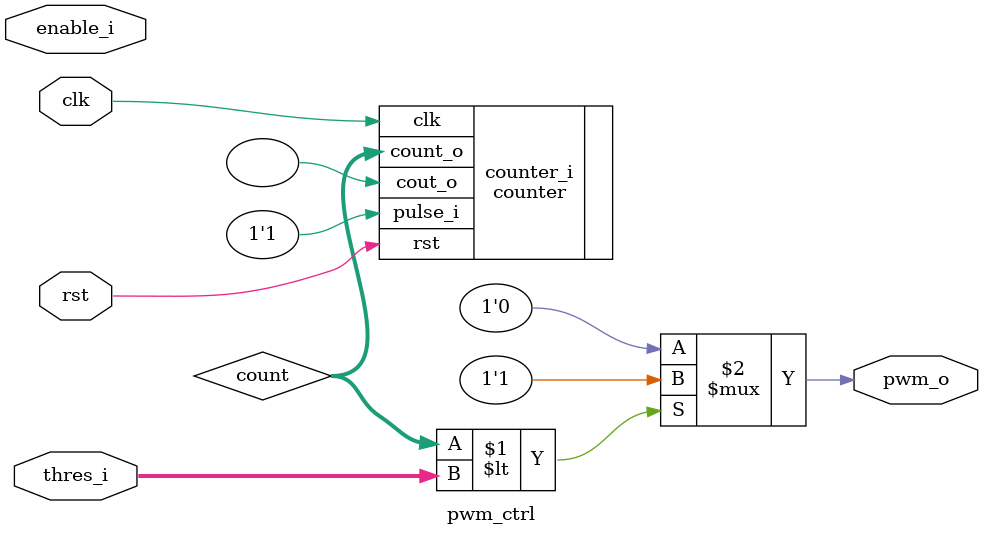
<source format=v>
`timescale 1ns/1ns

module pwm_ctrl(
    input         clk,
    input         rst,
    input         enable_i,
    input  [15:0] thres_i,
    output        pwm_o
);

    wire [15:0] count;
    counter #(
        .WIDTH       (16),
        .DATA_MAX    (16'hffff)
    ) counter_i (
        .clk         (clk),
        .rst         (rst),
        .pulse_i     (1'b1),
        .cout_o      (),
        .count_o     (count[15:0])
    );

    assign pwm_o = (count[15:0] < thres_i[15:0]) ? 1'b1 : 1'b0;

endmodule 
</source>
